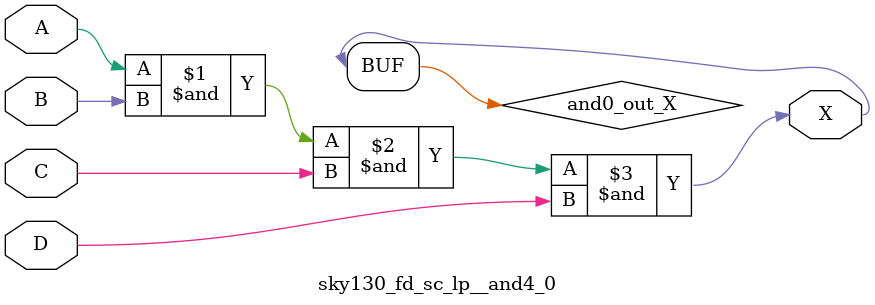
<source format=v>
/*
 * Copyright 2020 The SkyWater PDK Authors
 *
 * Licensed under the Apache License, Version 2.0 (the "License");
 * you may not use this file except in compliance with the License.
 * You may obtain a copy of the License at
 *
 *     https://www.apache.org/licenses/LICENSE-2.0
 *
 * Unless required by applicable law or agreed to in writing, software
 * distributed under the License is distributed on an "AS IS" BASIS,
 * WITHOUT WARRANTIES OR CONDITIONS OF ANY KIND, either express or implied.
 * See the License for the specific language governing permissions and
 * limitations under the License.
 *
 * SPDX-License-Identifier: Apache-2.0
*/


`ifndef SKY130_FD_SC_LP__AND4_0_FUNCTIONAL_V
`define SKY130_FD_SC_LP__AND4_0_FUNCTIONAL_V

/**
 * and4: 4-input AND.
 *
 * Verilog simulation functional model.
 */

`timescale 1ns / 1ps
`default_nettype none

`celldefine
module sky130_fd_sc_lp__and4_0 (
    X,
    A,
    B,
    C,
    D
);

    // Module ports
    output X;
    input  A;
    input  B;
    input  C;
    input  D;

    // Local signals
    wire and0_out_X;

    //  Name  Output      Other arguments
    and and0 (and0_out_X, A, B, C, D     );
    buf buf0 (X         , and0_out_X     );

endmodule
`endcelldefine

`default_nettype wire
`endif  // SKY130_FD_SC_LP__AND4_0_FUNCTIONAL_V

</source>
